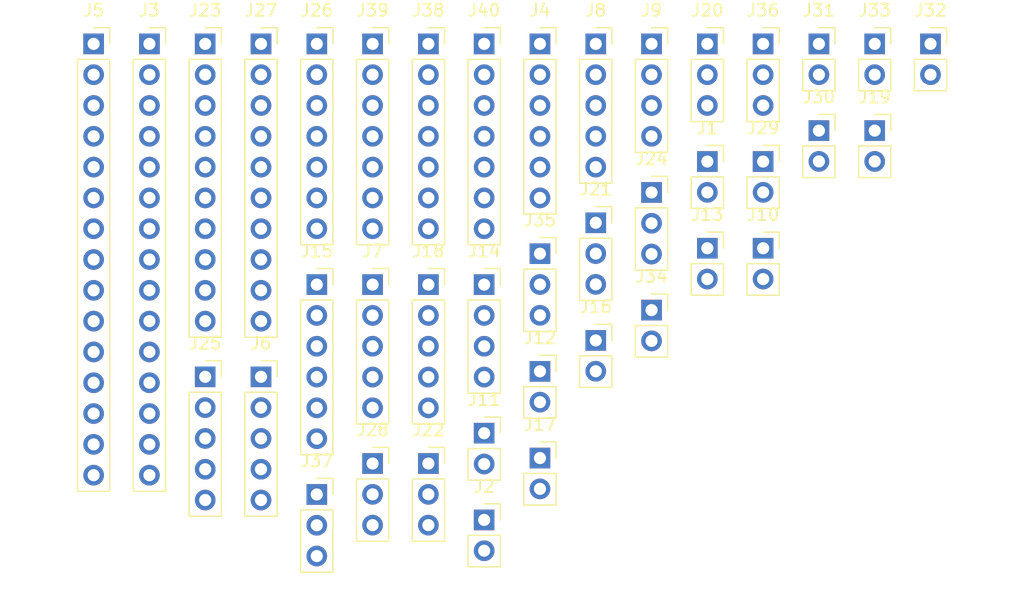
<source format=kicad_pcb>
(kicad_pcb (version 20211014) (generator pcbnew)
  (layers (0 "F.Cu" signal) (31 "B.Cu" signal) (34 "B.Paste" user) (35 "F.Paste" user) (36 "B.SilkS" user "B.Silkscreen") (37 "F.SilkS" user "F.Silkscreen") (38 "B.Mask" user) (39 "F.Mask" user) (44 "Edge.Cuts" user))
  (net 0 "")
  (net 1 "/GND")
  (net 2 "/5V")
  (net 3 "/12V")
  (net 4 "/3V3")
  (net 5 "Net-(J18-Pad1)")
  (net 6 "Net-(J18-Pad2)")
  (net 7 "Net-(J18-Pad3)")
  (net 8 "Net-(J18-Pad4)")
  (net 9 "Net-(J18-Pad5)")
  (net 10 "/D5")
  (net 11 "/D18")
  (net 12 "/D19")
  (net 13 "/D21")
  (net 14 "Net-(J19-Pad1)")
  (net 15 "Net-(J19-Pad2)")
  (net 16 "/D22")
  (net 17 "/D23")
  (net 20 "Net-(J24-Pad1)")
  (net 21 "Net-(J24-Pad2)")
  (net 22 "Net-(J24-Pad3)")
  (net 23 "/D27")
  (net 24 "/D26")
  (net 25 "/D25")
  (net 26 "/D33")
  (net 27 "/D32")
  (net 28 "Net-(J25-Pad1)")
  (net 29 "Net-(J25-Pad2)")
  (net 30 "Net-(J25-Pad3)")
  (net 31 "Net-(J25-Pad4)")
  (net 32 "Net-(J25-Pad5)")
  (net 33 "/HV5")
  (net 34 "/X")
  (net 35 "/R LED+")
  (net 36 "/R LED-")
  (net 37 "/G LED+")
  (net 38 "/G LED-")
  (net 39 "/W LED+")
  (net 40 "/W LED-")
  (net 41 "/IR LED+")
  (net 42 "/IR LED-")
  (net 43 "Net-(J16-Pad1)")
  (net 44 "Net-(J16-Pad2)")
  (net 45 "/HV4")
  (net 46 "Net-(J20-Pad1)")
  (net 47 "Net-(J21-Pad1)")
  (net 48 "Net-(J21-Pad2)")
  (net 49 "Net-(J21-Pad3)")
  (net 51 "/LV1")
  (net 52 "/HV2")
  (net 53 "/HV3")
  (net 54 "Net-(J27-Pad7)")
  (net 55 "Net-(J27-Pad8)")
  (net 56 "Net-(J27-Pad9)")
  (net 57 "Net-(J29-Pad1)")
  (net 58 "Net-(J29-Pad2)")
  (net 59 "/HV1")
  (net 60 "Net-(J31-Pad1)")
  (net 61 "Net-(J31-Pad2)")
  (net 62 "Net-(J33-Pad1)")
  (net 63 "Net-(J33-Pad2)")
  (net 64 "Net-(J35-Pad1)")
  (net 65 "Net-(J36-Pad1)")
  (net 66 "Net-(J37-Pad1)")
  (footprint "Connector_PinSocket_2.54mm:PinSocket_1x03_P2.54mm_Vertical" (layer "F.Cu") (at 132.6388 53.292)
    (fp_text reference "J20" (at 0 -2.77) (layer "F.SilkS"))
    (fp_text value "Conn_01x03_Female")
    (fp_line (start 0 -1.33) (end 1.33 -1.33) (layer "F.SilkS") (width 0.12))
    (fp_line (start 1.33 -1.33) (end 1.33 0) (layer "F.SilkS") (width 0.12))
    (fp_line (start -1.33 6.41) (end 1.33 6.41) (layer "F.SilkS") (width 0.12))
    (fp_line (start -1.33 1.27) (end -1.33 6.41) (layer "F.SilkS") (width 0.12))
    (fp_line (start -1.33 1.27) (end 1.33 1.27) (layer "F.SilkS") (width 0.12))
    (fp_line (start 1.33 1.27) (end 1.33 6.41) (layer "F.SilkS") (width 0.12))
    (pad "1" thru_hole rect (at 0 0) (size 1.7 1.7) (drill 1) (layers *.Cu *.Mask) (net 46 "Net-(J20-Pad1)"))
    (pad "2" thru_hole oval (at 0 2.54) (size 1.7 1.7) (drill 1) (layers *.Cu *.Mask) (net 43 "Net-(J16-Pad1)"))
    (pad "3" thru_hole oval (at 0 5.08) (size 1.7 1.7) (drill 1) (layers *.Cu *.Mask) (net 44 "Net-(J16-Pad2)"))
  )
  (footprint "Connector_PinSocket_2.54mm:PinSocket_1x02_P2.54mm_Vertical" (layer "F.Cu") (at 114.2388 85.392)
    (fp_text reference "J11" (at 0 -2.77) (layer "F.SilkS"))
    (fp_text value "G SCREW TERMINAL")
    (fp_line (start -1.33 3.87) (end 1.33 3.87) (layer "F.SilkS") (width 0.12))
    (fp_line (start 1.33 1.27) (end 1.33 3.87) (layer "F.SilkS") (width 0.12))
    (fp_line (start -1.33 1.27) (end -1.33 3.87) (layer "F.SilkS") (width 0.12))
    (fp_line (start 1.33 -1.33) (end 1.33 0) (layer "F.SilkS") (width 0.12))
    (fp_line (start 0 -1.33) (end 1.33 -1.33) (layer "F.SilkS") (width 0.12))
    (fp_line (start -1.33 1.27) (end 1.33 1.27) (layer "F.SilkS") (width 0.12))
    (pad "1" thru_hole rect (at 0 0) (size 1.7 1.7) (drill 1) (layers *.Cu *.Mask) (net 37 "/G LED+"))
    (pad "2" thru_hole oval (at 0 2.54) (size 1.7 1.7) (drill 1) (layers *.Cu *.Mask) (net 38 "/G LED-"))
  )
  (footprint "Connector_PinSocket_2.54mm:PinSocket_1x02_P2.54mm_Vertical" (layer "F.Cu") (at 146.4388 53.292)
    (fp_text reference "J33" (at 0 -2.77) (layer "F.SilkS"))
    (fp_text value "Conn_01x02_Female")
    (fp_line (start 1.33 1.27) (end 1.33 3.87) (layer "F.SilkS") (width 0.12))
    (fp_line (start -1.33 1.27) (end -1.33 3.87) (layer "F.SilkS") (width 0.12))
    (fp_line (start -1.33 1.27) (end 1.33 1.27) (layer "F.SilkS") (width 0.12))
    (fp_line (start 0 -1.33) (end 1.33 -1.33) (layer "F.SilkS") (width 0.12))
    (fp_line (start 1.33 -1.33) (end 1.33 0) (layer "F.SilkS") (width 0.12))
    (fp_line (start -1.33 3.87) (end 1.33 3.87) (layer "F.SilkS") (width 0.12))
    (pad "1" thru_hole rect (at 0 0) (size 1.7 1.7) (drill 1) (layers *.Cu *.Mask) (net 62 "Net-(J33-Pad1)"))
    (pad "2" thru_hole oval (at 0 2.54) (size 1.7 1.7) (drill 1) (layers *.Cu *.Mask) (net 63 "Net-(J33-Pad2)"))
  )
  (footprint "Connector_PinSocket_2.54mm:PinSocket_1x02_P2.54mm_Vertical" (layer "F.Cu") (at 137.2388 62.992)
    (fp_text reference "J29" (at 0 -2.77) (layer "F.SilkS"))
    (fp_text value "Conn_01x02_Female")
    (fp_line (start -1.33 1.27) (end -1.33 3.87) (layer "F.SilkS") (width 0.12))
    (fp_line (start 1.33 -1.33) (end 1.33 0) (layer "F.SilkS") (width 0.12))
    (fp_line (start -1.33 3.87) (end 1.33 3.87) (layer "F.SilkS") (width 0.12))
    (fp_line (start 1.33 1.27) (end 1.33 3.87) (layer "F.SilkS") (width 0.12))
    (fp_line (start 0 -1.33) (end 1.33 -1.33) (layer "F.SilkS") (width 0.12))
    (fp_line (start -1.33 1.27) (end 1.33 1.27) (layer "F.SilkS") (width 0.12))
    (pad "1" thru_hole rect (at 0 0) (size 1.7 1.7) (drill 1) (layers *.Cu *.Mask) (net 57 "Net-(J29-Pad1)"))
    (pad "2" thru_hole oval (at 0 2.54) (size 1.7 1.7) (drill 1) (layers *.Cu *.Mask) (net 58 "Net-(J29-Pad2)"))
  )
  (footprint "Connector_PinSocket_2.54mm:PinSocket_1x02_P2.54mm_Vertical" (layer "F.Cu") (at 141.8388 60.442)
    (fp_text reference "J30" (at 0 -2.77) (layer "F.SilkS"))
    (fp_text value "Conn_01x02_Female")
    (fp_line (start 1.33 1.27) (end 1.33 3.87) (layer "F.SilkS") (width 0.12))
    (fp_line (start -1.33 3.87) (end 1.33 3.87) (layer "F.SilkS") (width 0.12))
    (fp_line (start -1.33 1.27) (end -1.33 3.87) (layer "F.SilkS") (width 0.12))
    (fp_line (start 0 -1.33) (end 1.33 -1.33) (layer "F.SilkS") (width 0.12))
    (fp_line (start -1.33 1.27) (end 1.33 1.27) (layer "F.SilkS") (width 0.12))
    (fp_line (start 1.33 -1.33) (end 1.33 0) (layer "F.SilkS") (width 0.12))
    (pad "1" thru_hole rect (at 0 0) (size 1.7 1.7) (drill 1) (layers *.Cu *.Mask) (net 57 "Net-(J29-Pad1)"))
    (pad "2" thru_hole oval (at 0 2.54) (size 1.7 1.7) (drill 1) (layers *.Cu *.Mask) (net 59 "/HV1"))
  )
  (footprint "Connector_PinSocket_2.54mm:PinSocket_1x03_P2.54mm_Vertical" (layer "F.Cu") (at 137.2388 53.292)
    (fp_text reference "J36" (at 0 -2.77) (layer "F.SilkS"))
    (fp_text value "Conn_01x03_Female")
    (fp_line (start 1.33 1.27) (end 1.33 6.41) (layer "F.SilkS") (width 0.12))
    (fp_line (start 1.33 -1.33) (end 1.33 0) (layer "F.SilkS") (width 0.12))
    (fp_line (start 0 -1.33) (end 1.33 -1.33) (layer "F.SilkS") (width 0.12))
    (fp_line (start -1.33 1.27) (end -1.33 6.41) (layer "F.SilkS") (width 0.12))
    (fp_line (start -1.33 1.27) (end 1.33 1.27) (layer "F.SilkS") (width 0.12))
    (fp_line (start -1.33 6.41) (end 1.33 6.41) (layer "F.SilkS") (width 0.12))
    (pad "1" thru_hole rect (at 0 0) (size 1.7 1.7) (drill 1) (layers *.Cu *.Mask) (net 65 "Net-(J36-Pad1)"))
    (pad "2" thru_hole oval (at 0 2.54) (size 1.7 1.7) (drill 1) (layers *.Cu *.Mask) (net 60 "Net-(J31-Pad1)"))
    (pad "3" thru_hole oval (at 0 5.08) (size 1.7 1.7) (drill 1) (layers *.Cu *.Mask) (net 61 "Net-(J31-Pad2)"))
  )
  (footprint "Connector_PinSocket_2.54mm:PinSocket_1x03_P2.54mm_Vertical" (layer "F.Cu") (at 123.4388 68.042)
    (fp_text reference "J21" (at 0 -2.77) (layer "F.SilkS"))
    (fp_text value "Conn_01x03_Female")
    (fp_line (start -1.33 1.27) (end 1.33 1.27) (layer "F.SilkS") (width 0.12))
    (fp_line (start 1.33 1.27) (end 1.33 6.41) (layer "F.SilkS") (width 0.12))
    (fp_line (start -1.33 6.41) (end 1.33 6.41) (layer "F.SilkS") (width 0.12))
    (fp_line (start 0 -1.33) (end 1.33 -1.33) (layer "F.SilkS") (width 0.12))
    (fp_line (start 1.33 -1.33) (end 1.33 0) (layer "F.SilkS") (width 0.12))
    (fp_line (start -1.33 1.27) (end -1.33 6.41) (layer "F.SilkS") (width 0.12))
    (pad "1" thru_hole rect (at 0 0) (size 1.7 1.7) (drill 1) (layers *.Cu *.Mask) (net 47 "Net-(J21-Pad1)"))
    (pad "2" thru_hole oval (at 0 2.54) (size 1.7 1.7) (drill 1) (layers *.Cu *.Mask) (net 48 "Net-(J21-Pad2)"))
    (pad "3" thru_hole oval (at 0 5.08) (size 1.7 1.7) (drill 1) (layers *.Cu *.Mask) (net 49 "Net-(J21-Pad3)"))
  )
  (footprint "Connector_PinSocket_2.54mm:PinSocket_1x02_P2.54mm_Vertical" (layer "F.Cu") (at 123.4388 77.742)
    (fp_text reference "J16" (at 0 -2.77) (layer "F.SilkS"))
    (fp_text value "Conn_01x02_Female")
    (fp_line (start 1.33 -1.33) (end 1.33 0) (layer "F.SilkS") (width 0.12))
    (fp_line (start -1.33 3.87) (end 1.33 3.87) (layer "F.SilkS") (width 0.12))
    (fp_line (start -1.33 1.27) (end 1.33 1.27) (layer "F.SilkS") (width 0.12))
    (fp_line (start -1.33 1.27) (end -1.33 3.87) (layer "F.SilkS") (width 0.12))
    (fp_line (start 0 -1.33) (end 1.33 -1.33) (layer "F.SilkS") (width 0.12))
    (fp_line (start 1.33 1.27) (end 1.33 3.87) (layer "F.SilkS") (width 0.12))
    (pad "1" thru_hole rect (at 0 0) (size 1.7 1.7) (drill 1) (layers *.Cu *.Mask) (net 43 "Net-(J16-Pad1)"))
    (pad "2" thru_hole oval (at 0 2.54) (size 1.7 1.7) (drill 1) (layers *.Cu *.Mask) (net 44 "Net-(J16-Pad2)"))
  )
  (footprint "Connector_PinSocket_2.54mm:PinSocket_1x10_P2.54mm_Vertical" (layer "F.Cu") (at 95.8388 53.292)
    (fp_text reference "J27" (at 0 -2.77) (layer "F.SilkS"))
    (fp_text value "Conn_01x10_Female")
    (fp_line (start 1.33 1.27) (end 1.33 24.19) (layer "F.SilkS") (width 0.12))
    (fp_line (start -1.33 24.19) (end 1.33 24.19) (layer "F.SilkS") (width 0.12))
    (fp_line (start -1.33 1.27) (end 1.33 1.27) (layer "F.SilkS") (width 0.12))
    (fp_line (start 0 -1.33) (end 1.33 -1.33) (layer "F.SilkS") (width 0.12))
    (fp_line (start 1.33 -1.33) (end 1.33 0) (layer "F.SilkS") (width 0.12))
    (fp_line (start -1.33 1.27) (end -1.33 24.19) (layer "F.SilkS") (width 0.12))
    (pad "1" thru_hole rect (at 0 0) (size 1.7 1.7) (drill 1) (layers *.Cu *.Mask) (net 2 "/5V"))
    (pad "2" thru_hole oval (at 0 2.54) (size 1.7 1.7) (drill 1) (layers *.Cu *.Mask) (net 51 "/LV1"))
    (pad "3" thru_hole oval (at 0 5.08) (size 1.7 1.7) (drill 1) (layers *.Cu *.Mask) (net 52 "/HV2"))
    (pad "4" thru_hole oval (at 0 7.62) (size 1.7 1.7) (drill 1) (layers *.Cu *.Mask) (net 53 "/HV3"))
    (pad "5" thru_hole oval (at 0 10.16) (size 1.7 1.7) (drill 1) (layers *.Cu *.Mask) (net 45 "/HV4"))
    (pad "6" thru_hole oval (at 0 12.7) (size 1.7 1.7) (drill 1) (layers *.Cu *.Mask) (net 33 "/HV5"))
    (pad "7" thru_hole oval (at 0 15.24) (size 1.7 1.7) (drill 1) (layers *.Cu *.Mask) (net 54 "Net-(J27-Pad7)"))
    (pad "8" thru_hole oval (at 0 17.78) (size 1.7 1.7) (drill 1) (layers *.Cu *.Mask) (net 55 "Net-(J27-Pad8)"))
    (pad "9" thru_hole oval (at 0 20.32) (size 1.7 1.7) (drill 1) (layers *.Cu *.Mask) (net 56 "Net-(J27-Pad9)"))
    (pad "10" thru_hole oval (at 0 22.86) (size 1.7 1.7) (drill 1) (layers *.Cu *.Mask) (net 1 "/GND"))
  )
  (footprint "Connector_PinSocket_2.54mm:PinSocket_1x07_P2.54mm_Vertical" (layer "F.Cu") (at 114.2388 53.292)
    (fp_text reference "J40" (at 0 -2.77) (layer "F.SilkS"))
    (fp_text value "Conn_01x07_Female")
    (fp_line (start -1.33 16.57) (end 1.33 16.57) (layer "F.SilkS") (width 0.12))
    (fp_line (start -1.33 1.27) (end 1.33 1.27) (layer "F.SilkS") (width 0.12))
    (fp_line (start 1.33 1.27) (end 1.33 16.57) (layer "F.SilkS") (width 0.12))
    (fp_line (start -1.33 1.27) (end -1.33 16.57) (layer "F.SilkS") (width 0.12))
    (fp_line (start 0 -1.33) (end 1.33 -1.33) (layer "F.SilkS") (width 0.12))
    (fp_line (start 1.33 -1.33) (end 1.33 0) (layer "F.SilkS") (width 0.12))
    (pad "1" thru_hole rect (at 0 0) (size 1.7 1.7) (drill 1) (layers *.Cu *.Mask) (net 35 "/R LED+"))
    (pad "2" thru_hole oval (at 0 2.54) (size 1.7 1.7) (drill 1) (layers *.Cu *.Mask) (net 36 "/R LED-"))
    (pad "3" thru_hole oval (at 0 5.08) (size 1.7 1.7) (drill 1) (layers *.Cu *.Mask) (net 66 "Net-(J37-Pad1)"))
    (pad "4" thru_hole oval (at 0 7.62) (size 1.7 1.7) (drill 1) (layers *.Cu *.Mask) (net 63 "Net-(J33-Pad2)"))
    (pad "5" thru_hole oval (at 0 10.16) (size 1.7 1.7) (drill 1) (layers *.Cu *.Mask) (net 3 "/12V"))
    (pad "6" thru_hole oval (at 0 12.7) (size 1.7 1.7) (drill 1) (layers *.Cu *.Mask))
    (pad "7" thru_hole oval (at 0 15.24) (size 1.7 1.7) (drill 1) (layers *.Cu *.Mask) (net 1 "/GND"))
  )
  (footprint "Connector_PinSocket_2.54mm:PinSocket_1x15_P2.54mm_Vertical" (layer "F.Cu") (at 82.0388 53.292)
    (fp_text reference "J5" (at 0 -2.77) (layer "F.SilkS"))
    (fp_text value "Conn_01x15_Female")
    (fp_line (start -1.33 36.89) (end 1.33 36.89) (layer "F.SilkS") (width 0.12))
    (fp_line (start 0 -1.33) (end 1.33 -1.33) (layer "F.SilkS") (width 0.12))
    (fp_line (start -1.33 1.27) (end 1.33 1.27) (layer "F.SilkS") (width 0.12))
    (fp_line (start -1.33 1.27) (end -1.33 36.89) (layer "F.SilkS") (width 0.12))
    (fp_line (start 1.33 1.27) (end 1.33 36.89) (layer "F.SilkS") (width 0.12))
    (fp_line (start 1.33 -1.33) (end 1.33 0) (layer "F.SilkS") (width 0.12))
    (pad "1" thru_hole rect (at 0 0) (size 1.7 1.7) (drill 1) (layers *.Cu *.Mask) (net 2 "/5V"))
    (pad "2" thru_hole oval (at 0 2.54) (size 1.7 1.7) (drill 1) (layers *.Cu *.Mask) (net 1 "/GND"))
    (pad "3" thru_hole oval (at 0 5.08) (size 1.7 1.7) (drill 1) (layers *.Cu *.Mask) (net 20 "Net-(J24-Pad1)"))
    (pad "4" thru_hole oval (at 0 7.62) (size 1.7 1.7) (drill 1) (layers *.Cu *.Mask) (net 21 "Net-(J24-Pad2)"))
    (pad "5" thru_hole oval (at 0 10.16) (size 1.7 1.7) (drill 1) (layers *.Cu *.Mask) (net 22 "Net-(J24-Pad3)"))
    (pad "6" thru_hole oval (at 0 12.7) (size 1.7 1.7) (drill 1) (layers *.Cu *.Mask) (net 23 "/D27"))
    (pad "7" thru_hole oval (at 0 15.24) (size 1.7 1.7) (drill 1) (layers *.Cu *.Mask) (net 24 "/D26"))
    (pad "8" thru_hole oval (at 0 17.78) (size 1.7 1.7) (drill 1) (layers *.Cu *.Mask) (net 25 "/D25"))
    (pad "9" thru_hole oval (at 0 20.32) (size 1.7 1.7) (drill 1) (layers *.Cu *.Mask) (net 26 "/D33"))
    (pad "10" thru_hole oval (at 0 22.86) (size 1.7 1.7) (drill 1) (layers *.Cu *.Mask) (net 27 "/D32"))
    (pad "11" thru_hole oval (at 0 25.4) (size 1.7 1.7) (drill 1) (layers *.Cu *.Mask) (net 28 "Net-(J25-Pad1)"))
    (pad "12" thru_hole oval (at 0 27.94) (size 1.7 1.7) (drill 1) (layers *.Cu *.Mask) (net 29 "Net-(J25-Pad2)"))
    (pad "13" thru_hole oval (at 0 30.48) (size 1.7 1.7) (drill 1) (layers *.Cu *.Mask) (net 30 "Net-(J25-Pad3)"))
    (pad "14" thru_hole oval (at 0 33.02) (size 1.7 1.7) (drill 1) (layers *.Cu *.Mask) (net 31 "Net-(J25-Pad4)"))
    (pad "15" thru_hole oval (at 0 35.56) (size 1.7 1.7) (drill 1) (layers *.Cu *.Mask) (net 32 "Net-(J25-Pad5)"))
  )
  (footprint "Connector_PinSocket_2.54mm:PinSocket_1x03_P2.54mm_Vertical" (layer "F.Cu") (at 118.8388 70.592)
    (fp_text reference "J35" (at 0 -2.77) (layer "F.SilkS"))
    (fp_text value "Conn_01x03_Female")
    (fp_line (start 1.33 -1.33) (end 1.33 0) (layer "F.SilkS") (width 0.12))
    (fp_line (start -1.33 1.27) (end -1.33 6.41) (layer "F.SilkS") (width 0.12))
    (fp_line (start 0 -1.33) (end 1.33 -1.33) (layer "F.SilkS") (width 0.12))
    (fp_line (start 1.33 1.27) (end 1.33 6.41) (layer "F.SilkS") (width 0.12))
    (fp_line (start -1.33 6.41) (end 1.33 6.41) (layer "F.SilkS") (width 0.12))
    (fp_line (start -1.33 1.27) (end 1.33 1.27) (layer "F.SilkS") (width 0.12))
    (pad "1" thru_hole rect (at 0 0) (size 1.7 1.7) (drill 1) (layers *.Cu *.Mask) (net 64 "Net-(J35-Pad1)"))
    (pad "2" thru_hole oval (at 0 2.54) (size 1.7 1.7) (drill 1) (layers *.Cu *.Mask) (net 57 "Net-(J29-Pad1)"))
    (pad "3" thru_hole oval (at 0 5.08) (size 1.7 1.7) (drill 1) (layers *.Cu *.Mask) (net 58 "Net-(J29-Pad2)"))
  )
  (footprint "Connector_PinSocket_2.54mm:PinSocket_1x05_P2.54mm_Vertical" (layer "F.Cu") (at 91.2388 80.742)
    (fp_text reference "J25" (at 0 -2.77) (layer "F.SilkS"))
    (fp_text value "Conn_01x05_Female")
    (fp_line (start -1.33 1.27) (end -1.33 11.49) (layer "F.SilkS") (width 0.12))
    (fp_line (start 1.33 -1.33) (end 1.33 0) (layer "F.SilkS") (width 0.12))
    (fp_line (start 1.33 1.27) (end 1.33 11.49) (layer "F.SilkS") (width 0.12))
    (fp_line (start 0 -1.33) (end 1.33 -1.33) (layer "F.SilkS") (width 0.12))
    (fp_line (start -1.33 1.27) (end 1.33 1.27) (layer "F.SilkS") (width 0.12))
    (fp_line (start -1.33 11.49) (end 1.33 11.49) (layer "F.SilkS") (width 0.12))
    (pad "1" thru_hole rect (at 0 0) (size 1.7 1.7) (drill 1) (layers *.Cu *.Mask) (net 28 "Net-(J25-Pad1)"))
    (pad "2" thru_hole oval (at 0 2.54) (size 1.7 1.7) (drill 1) (layers *.Cu *.Mask) (net 29 "Net-(J25-Pad2)"))
    (pad "3" thru_hole oval (at 0 5.08) (size 1.7 1.7) (drill 1) (layers *.Cu *.Mask) (net 30 "Net-(J25-Pad3)"))
    (pad "4" thru_hole oval (at 0 7.62) (size 1.7 1.7) (drill 1) (layers *.Cu *.Mask) (net 31 "Net-(J25-Pad4)"))
    (pad "5" thru_hole oval (at 0 10.16) (size 1.7 1.7) (drill 1) (layers *.Cu *.Mask) (net 32 "Net-(J25-Pad5)"))
  )
  (footprint "Connector_PinSocket_2.54mm:PinSocket_1x06_P2.54mm_Vertical" (layer "F.Cu") (at 118.8388 53.292)
    (fp_text reference "J4" (at 0 -2.77) (layer "F.SilkS"))
    (fp_text value "Real Time Controller")
    (fp_line (start 0 -1.33) (end 1.33 -1.33) (layer "F.SilkS") (width 0.12))
    (fp_line (start 1.33 1.27) (end 1.33 14.03) (layer "F.SilkS") (width 0.12))
    (fp_line (start -1.33 1.27) (end 1.33 1.27) (layer "F.SilkS") (width 0.12))
    (fp_line (start 1.33 -1.33) (end 1.33 0) (layer "F.SilkS") (width 0.12))
    (fp_line (start -1.33 14.03) (end 1.33 14.03) (layer "F.SilkS") (width 0.12))
    (fp_line (start -1.33 1.27) (end -1.33 14.03) (layer "F.SilkS") (width 0.12))
    (pad "1" thru_hole rect (at 0 0) (size 1.7 1.7) (drill 1) (layers *.Cu *.Mask) (net 1 "/GND"))
    (pad "2" thru_hole oval (at 0 2.54) (size 1.7 1.7) (drill 1) (layers *.Cu *.Mask) (net 2 "/5V"))
    (pad "3" thru_hole oval (at 0 5.08) (size 1.7 1.7) (drill 1) (layers *.Cu *.Mask) (net 16 "/D22"))
    (pad "4" thru_hole oval (at 0 7.62) (size 1.7 1.7) (drill 1) (layers *.Cu *.Mask) (net 13 "/D21"))
    (pad "5" thru_hole oval (at 0 10.16) (size 1.7 1.7) (drill 1) (layers *.Cu *.Mask))
    (pad "6" thru_hole oval (at 0 12.7) (size 1.7 1.7) (drill 1) (layers *.Cu *.Mask))
  )
  (footprint "Connector_PinSocket_2.54mm:PinSocket_1x06_P2.54mm_Vertical" (layer "F.Cu") (at 100.4388 73.142)
    (fp_text reference "J15" (at 0 -2.77) (layer "F.SilkS"))
    (fp_text value "Conn_01x06_Female")
    (fp_line (start 0 -1.33) (end 1.33 -1.33) (layer "F.SilkS") (width 0.12))
    (fp_line (start -1.33 14.03) (end 1.33 14.03) (layer "F.SilkS") (width 0.12))
    (fp_line (start -1.33 1.27) (end -1.33 14.03) (layer "F.SilkS") (width 0.12))
    (fp_line (start 1.33 -1.33) (end 1.33 0) (layer "F.SilkS") (width 0.12))
    (fp_line (start -1.33 1.27) (end 1.33 1.27) (layer "F.SilkS") (width 0.12))
    (fp_line (start 1.33 1.27) (end 1.33 14.03) (layer "F.SilkS") (width 0.12))
    (pad "1" thru_hole rect (at 0 0) (size 1.7 1.7) (drill 1) (layers *.Cu *.Mask) (net 4 "/3V3"))
    (pad "2" thru_hole oval (at 0 2.54) (size 1.7 1.7) (drill 1) (layers *.Cu *.Mask) (net 10 "/D5"))
    (pad "3" thru_hole oval (at 0 5.08) (size 1.7 1.7) (drill 1) (layers *.Cu *.Mask) (net 17 "/D23"))
    (pad "4" thru_hole oval (at 0 7.62) (size 1.7 1.7) (drill 1) (layers *.Cu *.Mask) (net 11 "/D18"))
    (pad "5" thru_hole oval (at 0 10.16) (size 1.7 1.7) (drill 1) (layers *.Cu *.Mask) (net 12 "/D19"))
    (pad "6" thru_hole oval (at 0 12.7) (size 1.7 1.7) (drill 1) (layers *.Cu *.Mask) (net 1 "/GND"))
  )
  (footprint "Connector_PinSocket_2.54mm:PinSocket_1x05_P2.54mm_Vertical" (layer "F.Cu") (at 123.4388 53.292)
    (fp_text reference "J8" (at 0 -2.77) (layer "F.SilkS"))
    (fp_text value "Extra pinouts GND")
    (fp_line (start -1.33 11.49) (end 1.33 11.49) (layer "F.SilkS") (width 0.12))
    (fp_line (start -1.33 1.27) (end 1.33 1.27) (layer "F.SilkS") (width 0.12))
    (fp_line (start 1.33 1.27) (end 1.33 11.49) (layer "F.SilkS") (width 0.12))
    (fp_line (start 1.33 -1.33) (end 1.33 0) (layer "F.SilkS") (width 0.12))
    (fp_line (start -1.33 1.27) (end -1.33 11.49) (layer "F.SilkS") (width 0.12))
    (fp_line (start 0 -1.33) (end 1.33 -1.33) (layer "F.SilkS") (width 0.12))
    (pad "1" thru_hole rect (at 0 0) (size 1.7 1.7) (drill 1) (layers *.Cu *.Mask) (net 1 "/GND"))
    (pad "2" thru_hole oval (at 0 2.54) (size 1.7 1.7) (drill 1) (layers *.Cu *.Mask) (net 1 "/GND"))
    (pad "3" thru_hole oval (at 0 5.08) (size 1.7 1.7) (drill 1) (layers *.Cu *.Mask) (net 1 "/GND"))
    (pad "4" thru_hole oval (at 0 7.62) (size 1.7 1.7) (drill 1) (layers *.Cu *.Mask) (net 1 "/GND"))
    (pad "5" thru_hole oval (at 0 10.16) (size 1.7 1.7) (drill 1) (layers *.Cu *.Mask) (net 1 "/GND"))
  )
  (footprint "Connector_PinSocket_2.54mm:PinSocket_1x02_P2.54mm_Vertical" (layer "F.Cu") (at 137.2388 70.142)
    (fp_text reference "J10" (at 0 -2.77) (layer "F.SilkS"))
    (fp_text value "R SCREW TERMINAL")
    (fp_line (start -1.33 3.87) (end 1.33 3.87) (layer "F.SilkS") (width 0.12))
    (fp_line (start 0 -1.33) (end 1.33 -1.33) (layer "F.SilkS") (width 0.12))
    (fp_line (start 1.33 -1.33) (end 1.33 0) (layer "F.SilkS") (width 0.12))
    (fp_line (start 1.33 1.27) (end 1.33 3.87) (layer "F.SilkS") (width 0.12))
    (fp_line (start -1.33 1.27) (end 1.33 1.27) (layer "F.SilkS") (width 0.12))
    (fp_line (start -1.33 1.27) (end -1.33 3.87) (layer "F.SilkS") (width 0.12))
    (pad "1" thru_hole rect (at 0 0) (size 1.7 1.7) (drill 1) (layers *.Cu *.Mask) (net 35 "/R LED+"))
    (pad "2" thru_hole oval (at 0 2.54) (size 1.7 1.7) (drill 1) (layers *.Cu *.Mask) (net 36 "/R LED-"))
  )
  (footprint "Connector_PinSocket_2.54mm:PinSocket_1x02_P2.54mm_Vertical" (layer "F.Cu") (at 151.0388 53.292)
    (fp_text reference "J32" (at 0 -2.77) (layer "F.SilkS"))
    (fp_text value "Conn_01x02_Female")
    (fp_line (start 1.33 -1.33) (end 1.33 0) (layer "F.SilkS") (width 0.12))
    (fp_line (start 1.33 1.27) (end 1.33 3.87) (layer "F.SilkS") (width 0.12))
    (fp_line (start -1.33 1.27) (end -1.33 3.87) (layer "F.SilkS") (width 0.12))
    (fp_line (start 0 -1.33) (end 1.33 -1.33) (layer "F.SilkS") (width 0.12))
    (fp_line (start -1.33 3.87) (end 1.33 3.87) (layer "F.SilkS") (width 0.12))
    (fp_line (start -1.33 1.27) (end 1.33 1.27) (layer "F.SilkS") (width 0.12))
    (pad "1" thru_hole rect (at 0 0) (size 1.7 1.7) (drill 1) (layers *.Cu *.Mask) (net 60 "Net-(J31-Pad1)"))
    (pad "2" thru_hole oval (at 0 2.54) (size 1.7 1.7) (drill 1) (layers *.Cu *.Mask) (net 52 "/HV2"))
  )
  (footprint "Connector_PinSocket_2.54mm:PinSocket_1x04_P2.54mm_Vertical" (layer "F.Cu") (at 128.0388 53.292)
    (fp_text reference "J9" (at 0 -2.77) (layer "F.SilkS"))
    (fp_text value "FAN SCREW TERMINAL")
    (fp_line (start -1.33 1.27) (end 1.33 1.27) (layer "F.SilkS") (width 0.12))
    (fp_line (start 0 -1.33) (end 1.33 -1.33) (layer "F.SilkS") (width 0.12))
    (fp_line (start 1.33 1.27) (end 1.33 8.95) (layer "F.SilkS") (width 0.12))
    (fp_line (start -1.33 8.95) (end 1.33 8.95) (layer "F.SilkS") (width 0.12))
    (fp_line (start 1.33 -1.33) (end 1.33 0) (layer "F.SilkS") (width 0.12))
    (fp_line (start -1.33 1.27) (end -1.33 8.95) (layer "F.SilkS") (width 0.12))
    (pad "1" thru_hole rect (at 0 0) (size 1.7 1.7) (drill 1) (layers *.Cu *.Mask) (net 33 "/HV5"))
    (pad "2" thru_hole oval (at 0 2.54) (size 1.7 1.7) (drill 1) (layers *.Cu *.Mask) (net 34 "/X"))
    (pad "3" thru_hole oval (at 0 5.08) (size 1.7 1.7) (drill 1) (layers *.Cu *.Mask) (net 3 "/12V"))
    (pad "4" thru_hole oval (at 0 7.62) (size 1.7 1.7) (drill 1) (layers *.Cu *.Mask) (net 1 "/GND"))
  )
  (footprint "Connector_PinSocket_2.54mm:PinSocket_1x05_P2.54mm_Vertical" (layer "F.Cu") (at 95.8388 80.742)
    (fp_text reference "J6" (at 0 -2.77) (layer "F.SilkS"))
    (fp_text value "Extra pinouts 5V")
    (fp_line (start -1.33 11.49) (end 1.33 11.49) (layer "F.SilkS") (width 0.12))
    (fp_line (start 1.33 -1.33) (end 1.33 0) (layer "F.SilkS") (width 0.12))
    (fp_line (start -1.33 1.27) (end -1.33 11.49) (layer "F.SilkS") (width 0.12))
    (fp_line (start -1.33 1.27) (end 1.33 1.27) (layer "F.SilkS") (width 0.12))
    (fp_line (start 1.33 1.27) (end 1.33 11.49) (layer "F.SilkS") (width 0.12))
    (fp_line (start 0 -1.33) (end 1.33 -1.33) (layer "F.SilkS") (width 0.12))
    (pad "1" thru_hole rect (at 0 0) (size 1.7 1.7) (drill 1) (layers *.Cu *.Mask) (net 2 "/5V"))
    (pad "2" thru_hole oval (at 0 2.54) (size 1.7 1.7) (drill 1) (layers *.Cu *.Mask) (net 2 "/5V"))
    (pad "3" thru_hole oval (at 0 5.08) (size 1.7 1.7) (drill 1) (layers *.Cu *.Mask) (net 2 "/5V"))
    (pad "4" thru_hole oval (at 0 7.62) (size 1.7 1.7) (drill 1) (layers *.Cu *.Mask) (net 2 "/5V"))
    (pad "5" thru_hole oval (at 0 10.16) (size 1.7 1.7) (drill 1) (layers *.Cu *.Mask) (net 2 "/5V"))
  )
  (footprint "Connector_PinSocket_2.54mm:PinSocket_1x02_P2.54mm_Vertical" (layer "F.Cu") (at 141.8388 53.292)
    (fp_text reference "J31" (at 0 -2.77) (layer "F.SilkS"))
    (fp_text value "Conn_01x02_Female")
    (fp_line (start 1.33 -1.33) (end 1.33 0) (layer "F.SilkS") (width 0.12))
    (fp_line (start 0 -1.33) (end 1.33 -1.33) (layer "F.SilkS") (width 0.12))
    (fp_line (start -1.33 1.27) (end 1.33 1.27) (layer "F.SilkS") (width 0.12))
    (fp_line (start -1.33 1.27) (end -1.33 3.87) (layer "F.SilkS") (width 0.12))
    (fp_line (start -1.33 3.87) (end 1.33 3.87) (layer "F.SilkS") (width 0.12))
    (fp_line (start 1.33 1.27) (end 1.33 3.87) (layer "F.SilkS") (width 0.12))
    (pad "1" thru_hole rect (at 0 0) (size 1.7 1.7) (drill 1) (layers *.Cu *.Mask) (net 60 "Net-(J31-Pad1)"))
    (pad "2" thru_hole oval (at 0 2.54) (size 1.7 1.7) (drill 1) (layers *.Cu *.Mask) (net 61 "Net-(J31-Pad2)"))
  )
  (footprint "Connector_PinSocket_2.54mm:PinSocket_1x03_P2.54mm_Vertical" (layer "F.Cu") (at 105.0388 87.892)
    (fp_text reference "J28" (at 0 -2.77) (layer "F.SilkS"))
    (fp_text value "Conn_01x03_Female")
    (fp_line (start 1.33 -1.33) (end 1.33 0) (layer "F.SilkS") (width 0.12))
    (fp_line (start -1.33 1.27) (end 1.33 1.27) (layer "F.SilkS") (width 0.12))
    (fp_line (start 0 -1.33) (end 1.33 -1.33) (layer "F.SilkS") (width 0.12))
    (fp_line (start -1.33 6.41) (end 1.33 6.41) (layer "F.SilkS") (width 0.12))
    (fp_line (start -1.33 1.27) (end -1.33 6.41) (layer "F.SilkS") (width 0.12))
    (fp_line (start 1.33 1.27) (end 1.33 6.41) (layer "F.SilkS") (width 0.12))
    (pad "1" thru_hole rect (at 0 0) (size 1.7 1.7) (drill 1) (layers *.Cu *.Mask) (net 54 "Net-(J27-Pad7)"))
    (pad "2" thru_hole oval (at 0 2.54) (size 1.7 1.7) (drill 1) (layers *.Cu *.Mask) (net 55 "Net-(J27-Pad8)"))
    (pad "3" thru_hole oval (at 0 5.08) (size 1.7 1.7) (drill 1) (layers *.Cu *.Mask) (net 56 "Net-(J27-Pad9)"))
  )
  (footprint "Connector_PinSocket_2.54mm:PinSocket_1x15_P2.54mm_Vertical" (layer "F.Cu") (at 86.6388 53.292)
    (fp_text reference "J3" (at 0 -2.77) (layer "F.SilkS"))
    (fp_text value "Conn_01x15_Female")
    (fp_line (start 1.33 -1.33) (end 1.33 0) (layer "F.SilkS") (width 0.12))
    (fp_line (start -1.33 1.27) (end 1.33 1.27) (layer "F.SilkS") (width 0.12))
    (fp_line (start 0 -1.33) (end 1.33 -1.33) (layer "F.SilkS") (width 0.12))
    (fp_line (start -1.33 1.27) (end -1.33 36.89) (layer "F.SilkS") (width 0.12))
    (fp_line (start 1.33 1.27) (end 1.33 36.89) (layer "F.SilkS") (width 0.12))
    (fp_line (start -1.33 36.89) (end 1.33 36.89) (layer "F.SilkS") (width 0.12))
    (pad "1" thru_hole rect (at 0 0) (size 1.7 1.7) (drill 1) (layers *.Cu *.Mask) (net 4 "/3V3"))
    (pad "2" thru_hole oval (at 0 2.54) (size 1.7 1.7) (drill 1) (layers *.Cu *.Mask) (net 1 "/GND"))
    (pad "3" thru_hole oval (at 0 5.08) (size 1.7 1.7) (drill 1) (layers *.Cu *.Mask) (net 5 "Net-(J18-Pad1)"))
    (pad "4" thru_hole oval (at 0 7.62) (size 1.7 1.7) (drill 1) (layers *.Cu *.Mask) (net 6 "Net-(J18-Pad2)"))
    (pad "5" thru_hole oval (at 0 10.16) (size 1.7 1.7) (drill 1) (layers *.Cu *.Mask) (net 7 "Net-(J18-Pad3)"))
    (pad "6" thru_hole oval (at 0 12.7) (size 1.7 1.7) (drill 1) (layers *.Cu *.Mask) (net 8 "Net-(J18-Pad4)"))
    (pad "7" thru_hole oval (at 0 15.24) (size 1.7 1.7) (drill 1) (layers *.Cu *.Mask) (net 9 "Net-(J18-Pad5)"))
    (pad "8" thru_hole oval (at 0 17.78) (size 1.7 1.7) (drill 1) (layers *.Cu *.Mask) (net 10 "/D5"))
    (pad "9" thru_hole oval (at 0 20.32) (size 1.7 1.7) (drill 1) (layers *.Cu *.Mask) (net 11 "/D18"))
    (pad "10" thru_hole oval (at 0 22.86) (size 1.7 1.7) (drill 1) (layers *.Cu *.Mask) (net 12 "/D19"))
    (pad "11" thru_hole oval (at 0 25.4) (size 1.7 1.7) (drill 1) (layers *.Cu *.Mask) (net 13 "/D21"))
    (pad "12" thru_hole oval (at 0 27.94) (size 1.7 1.7) (drill 1) (layers *.Cu *.Mask) (net 14 "Net-(J19-Pad1)"))
    (pad "13" thru_hole oval (at 0 30.48) (size 1.7 1.7) (drill 1) (layers *.Cu *.Mask) (net 15 "Net-(J19-Pad2)"))
    (pad "14" thru_hole oval (at 0 33.02) (size 1.7 1.7) (drill 1) (layers *.Cu *.Mask) (net 16 "/D22"))
    (pad "15" thru_hole oval (at 0 35.56) (size 1.7 1.7) (drill 1) (layers *.Cu *.Mask) (net 17 "/D23"))
  )
  (footprint "Connector_PinSocket_2.54mm:PinSocket_1x02_P2.54mm_Vertical" (layer "F.Cu") (at 146.4388 60.442)
    (fp_text reference "J19" (at 0 -2.77) (layer "F.SilkS"))
    (fp_text value "Conn_01x02_Female")
    (fp_line (start -1.33 1.27) (end -1.33 3.87) (layer "F.SilkS") (width 0.12))
    (fp_line (start -1.33 1.27) (end 1.33 1.27) (layer "F.SilkS") (width 0.12))
    (fp_line (start 1.33 1.27) (end 1.33 3.87) (layer "F.SilkS") (width 0.12))
    (fp_line (start -1.33 3.87) (end 1.33 3.87) (layer "F.SilkS") (width 0.12))
    (fp_line (start 0 -1.33) (end 1.33 -1.33) (layer "F.SilkS") (width 0.12))
    (fp_line (start 1.33 -1.33) (end 1.33 0) (layer "F.SilkS") (width 0.12))
    (pad "1" thru_hole rect (at 0 0) (size 1.7 1.7) (drill 1) (layers *.Cu *.Mask) (net 14 "Net-(J19-Pad1)"))
    (pad "2" thru_hole oval (at 0 2.54) (size 1.7 1.7) (drill 1) (layers *.Cu *.Mask) (net 15 "Net-(J19-Pad2)"))
  )
  (footprint "Connector_PinSocket_2.54mm:PinSocket_1x07_P2.54mm_Vertical" (layer "F.Cu") (at 105.0388 53.292)
    (fp_text reference "J39" (at 0 -2.77) (layer "F.SilkS"))
    (fp_text value "Conn_01x07_Female")
    (fp_line (start -1.33 1.27) (end -1.33 16.57) (layer "F.SilkS") (width 0.12))
    (fp_line (start 0 -1.33) (end 1.33 -1.33) (layer "F.SilkS") (width 0.12))
    (fp_line (start 1.33 1.27) (end 1.33 16.57) (layer "F.SilkS") (width 0.12))
    (fp_line (start 1.33 -1.33) (end 1.33 0) (layer "F.SilkS") (width 0.12))
    (fp_line (start -1.33 16.57) (end 1.33 16.57) (layer "F.SilkS") (width 0.12))
    (fp_line (start -1.33 1.27) (end 1.33 1.27) (layer "F.SilkS") (width 0.12))
    (pad "1" thru_hole rect (at 0 0) (size 1.7 1.7) (drill 1) (layers *.Cu *.Mask) (net 37 "/G LED+"))
    (pad "2" thru_hole oval (at 0 2.54) (size 1.7 1.7) (drill 1) (layers *.Cu *.Mask) (net 38 "/G LED-"))
    (pad "3" thru_hole oval (at 0 5.08) (size 1.7 1.7) (drill 1) (layers *.Cu *.Mask) (net 65 "Net-(J36-Pad1)"))
    (pad "4" thru_hole oval (at 0 7.62) (size 1.7 1.7) (drill 1) (layers *.Cu *.Mask) (net 61 "Net-(J31-Pad2)"))
    (pad "5" thru_hole oval (at 0 10.16) (size 1.7 1.7) (drill 1) (layers *.Cu *.Mask) (net 3 "/12V"))
    (pad "6" thru_hole oval (at 0 12.7) (size 1.7 1.7) (drill 1) (layers *.Cu *.Mask))
    (pad "7" thru_hole oval (at 0 15.24) (size 1.7 1.7) (drill 1) (layers *.Cu *.Mask) (net 1 "/GND"))
  )
  (footprint "Connector_PinSocket_2.54mm:PinSocket_1x02_P2.54mm_Vertical" (layer "F.Cu") (at 132.6388 70.142)
    (fp_text reference "J13" (at 0 -2.77) (layer "F.SilkS"))
    (fp_text value "IR SCREW TERMINAL")
    (fp_line (start -1.33 3.87) (end 1.33 3.87) (layer "F.SilkS") (width 0.12))
    (fp_line (start 0 -1.33) (end 1.33 -1.33) (layer "F.SilkS") (width 0.12))
    (fp_line (start 1.33 -1.33) (end 1.33 0) (layer "F.SilkS") (width 0.12))
    (fp_line (start -1.33 1.27) (end -1.33 3.87) (layer "F.SilkS") (width 0.12))
    (fp_line (start -1.33 1.27) (end 1.33 1.27) (layer "F.SilkS") (width 0.12))
    (fp_line (start 1.33 1.27) (end 1.33 3.87) (layer "F.SilkS") (width 0.12))
    (pad "1" thru_hole rect (at 0 0) (size 1.7 1.7) (drill 1) (layers *.Cu *.Mask) (net 41 "/IR LED+"))
    (pad "2" thru_hole oval (at 0 2.54) (size 1.7 1.7) (drill 1) (layers *.Cu *.Mask) (net 42 "/IR LED-"))
  )
  (footprint "Connector_PinSocket_2.54mm:PinSocket_1x03_P2.54mm_Vertical" (layer "F.Cu") (at 128.0388 65.542)
    (fp_text reference "J24" (at 0 -2.77) (layer "F.SilkS"))
    (fp_text value "Conn_01x03_Female")
    (fp_line (start 1.33 -1.33) (end 1.33 0) (layer "F.SilkS") (width 0.12))
    (fp_line (start -1.33 1.27) (end -1.33 6.41) (layer "F.SilkS") (width 0.12))
    (fp_line (start 0 -1.33) (end 1.33 -1.33) (layer "F.SilkS") (width 0.12))
    (fp_line (start 1.33 1.27) (end 1.33 6.41) (layer "F.SilkS") (width 0.12))
    (fp_line (start -1.33 1.27) (end 1.33 1.27) (layer "F.SilkS") (width 0.12))
    (fp_line (start -1.33 6.41) (end 1.33 6.41) (layer "F.SilkS") (width 0.12))
    (pad "1" thru_hole rect (at 0 0) (size 1.7 1.7) (drill 1) (layers *.Cu *.Mask) (net 20 "Net-(J24-Pad1)"))
    (pad "2" thru_hole oval (at 0 2.54) (size 1.7 1.7) (drill 1) (layers *.Cu *.Mask) (net 21 "Net-(J24-Pad2)"))
    (pad "3" thru_hole oval (at 0 5.08) (size 1.7 1.7) (drill 1) (layers *.Cu *.Mask) (net 22 "Net-(J24-Pad3)"))
  )
  (footprint "Connector_PinSocket_2.54mm:PinSocket_1x02_P2.54mm_Vertical" (layer "F.Cu") (at 118.8388 80.292)
    (fp_text reference "J12" (at 0 -2.77) (layer "F.SilkS"))
    (fp_text value "W SCREW TERMINAL")
    (fp_line (start -1.33 1.27) (end 1.33 1.27) (layer "F.SilkS") (width 0.12))
    (fp_line (start -1.33 1.27) (end -1.33 3.87) (layer "F.SilkS") (width 0.12))
    (fp_line (start 1.33 1.27) (end 1.33 3.87) (layer "F.SilkS") (width 0.12))
    (fp_line (start -1.33 3.87) (end 1.33 3.87) (layer "F.SilkS") (width 0.12))
    (fp_line (start 0 -1.33) (end 1.33 -1.33) (layer "F.SilkS") (width 0.12))
    (fp_line (start 1.33 -1.33) (end 1.33 0) (layer "F.SilkS") (width 0.12))
    (pad "1" thru_hole rect (at 0 0) (size 1.7 1.7) (drill 1) (layers *.Cu *.Mask) (net 39 "/W LED+"))
    (pad "2" thru_hole oval (at 0 2.54) (size 1.7 1.7) (drill 1) (layers *.Cu *.Mask) (net 40 "/W LED-"))
  )
  (footprint "Connector_PinSocket_2.54mm:PinSocket_1x02_P2.54mm_Vertical" (layer "F.Cu") (at 132.6388 62.992)
    (fp_text reference "J1" (at 0 -2.77) (layer "F.SilkS"))
    (fp_text value "5V in from buck converter")
    (fp_line (start 1.33 -1.33) (end 1.33 0) (layer "F.SilkS") (width 0.12))
    (fp_line (start -1.33 3.87) (end 1.33 3.87) (layer "F.SilkS") (width 0.12))
    (fp_line (start -1.33 1.27) (end 1.33 1.27) (layer "F.SilkS") (width 0.12))
    (fp_line (start 1.33 1.27) (end 1.33 3.87) (layer "F.SilkS") (width 0.12))
    (fp_line (start -1.33 1.27) (end -1.33 3.87) (layer "F.SilkS") (width 0.12))
    (fp_line (start 0 -1.33) (end 1.33 -1.33) (layer "F.SilkS") (width 0.12))
    (pad "1" thru_hole rect (at 0 0) (size 1.7 1.7) (drill 1) (layers *.Cu *.Mask) (net 1 "/GND"))
    (pad "2" thru_hole oval (at 0 2.54) (size 1.7 1.7) (drill 1) (layers *.Cu *.Mask) (net 2 "/5V"))
  )
  (footprint "Connector_PinSocket_2.54mm:PinSocket_1x02_P2.54mm_Vertical" (layer "F.Cu") (at 118.8388 87.442)
    (fp_text reference "J17" (at 0 -2.77) (layer "F.SilkS"))
    (fp_text value "Conn_01x02_Female")
    (fp_line (start -1.33 1.27) (end -1.33 3.87) (layer "F.SilkS") (width 0.12))
    (fp_line (start -1.33 1.27) (end 1.33 1.27) (layer "F.SilkS") (width 0.12))
    (fp_line (start -1.33 3.87) (end 1.33 3.87) (layer "F.SilkS") (width 0.12))
    (fp_line (start 1.33 1.27) (end 1.33 3.87) (layer "F.SilkS") (width 0.12))
    (fp_line (start 0 -1.33) (end 1.33 -1.33) (layer "F.SilkS") (width 0.12))
    (fp_line (start 1.33 -1.33) (end 1.33 0) (layer "F.SilkS") (width 0.12))
    (pad "1" thru_hole rect (at 0 0) (size 1.7 1.7) (drill 1) (layers *.Cu *.Mask) (net 43 "Net-(J16-Pad1)"))
    (pad "2" thru_hole oval (at 0 2.54) (size 1.7 1.7) (drill 1) (layers *.Cu *.Mask) (net 45 "/HV4"))
  )
  (footprint "Connector_PinSocket_2.54mm:PinSocket_1x03_P2.54mm_Vertical" (layer "F.Cu") (at 109.6388 87.892)
    (fp_text reference "J22" (at 0 -2.77) (layer "F.SilkS"))
    (fp_text value "Conn_01x03_Female")
    (fp_line (start -1.33 6.41) (end 1.33 6.41) (layer "F.SilkS") (width 0.12))
    (fp_line (start 0 -1.33) (end 1.33 -1.33) (layer "F.SilkS") (width 0.12))
    (fp_line (start -1.33 1.27) (end 1.33 1.27) (layer "F.SilkS") (width 0.12))
    (fp_line (start 1.33 -1.33) (end 1.33 0) (layer "F.SilkS") (width 0.12))
    (fp_line (start -1.33 1.27) (end -1.33 6.41) (layer "F.SilkS") (width 0.12))
    (fp_line (start 1.33 1.27) (end 1.33 6.41) (layer "F.SilkS") (width 0.12))
    (pad "1" thru_hole rect (at 0 0) (size 1.7 1.7) (drill 1) (layers *.Cu *.Mask) (net 46 "Net-(J20-Pad1)"))
    (pad "2" thru_hole oval (at 0 2.54) (size 1.7 1.7) (drill 1) (layers *.Cu *.Mask) (net 44 "Net-(J16-Pad2)"))
    (pad "3" thru_hole oval (at 0 5.08) (size 1.7 1.7) (drill 1) (layers *.Cu *.Mask) (net 44 "Net-(J16-Pad2)"))
  )
  (footprint "Connector_PinSocket_2.54mm:PinSocket_1x07_P2.54mm_Vertical" (layer "F.Cu") (at 100.4388 53.292)
    (fp_text reference "J26" (at 0 -2.77) (layer "F.SilkS"))
    (fp_text value "Conn_01x07_Female")
    (fp_line (start -1.33 1.27) (end 1.33 1.27) (layer "F.SilkS") (width 0.12))
    (fp_line (start 0 -1.33) (end 1.33 -1.33) (layer "F.SilkS") (width 0.12))
    (fp_line (start -1.33 16.57) (end 1.33 16.57) (layer "F.SilkS") (width 0.12))
    (fp_line (start 1.33 -1.33) (end 1.33 0) (layer "F.SilkS") (width 0.12))
    (fp_line (start -1.33 1.27) (end -1.33 16.57) (layer "F.SilkS") (width 0.12))
    (fp_line (start 1.33 1.27) (end 1.33 16.57) (layer "F.SilkS") (width 0.12))
    (pad "1" thru_hole rect (at 0 0) (size 1.7 1.7) (drill 1) (layers *.Cu *.Mask) (net 41 "/IR LED+"))
    (pad "2" thru_hole oval (at 0 2.54) (size 1.7 1.7) (drill 1) (layers *.Cu *.Mask) (net 42 "/IR LED-"))
    (pad "3" thru_hole oval (at 0 5.08) (size 1.7 1.7) (drill 1) (layers *.Cu *.Mask) (net 46 "Net-(J20-Pad1)"))
    (pad "4" thru_hole oval (at 0 7.62) (size 1.7 1.7) (drill 1) (layers *.Cu *.Mask) (net 44 "Net-(J16-Pad2)"))
    (pad "5" thru_hole oval (at 0 10.16) (size 1.7 1.7) (drill 1) (layers *.Cu *.Mask) (net 3 "/12V"))
    (pad "6" thru_hole oval (at 0 12.7) (size 1.7 1.7) (drill 1) (layers *.Cu *.Mask))
    (pad "7" thru_hole oval (at 0 15.24) (size 1.7 1.7) (drill 1) (layers *.Cu *.Mask) (net 1 "/GND"))
  )
  (footprint "Connector_PinSocket_2.54mm:PinSocket_1x10_P2.54mm_Vertical" (layer "F.Cu") (at 91.2388 53.292)
    (fp_text reference "J23" (at 0 -2.77) (layer "F.SilkS"))
    (fp_text value "Conn_01x10_Female")
    (fp_line (start -1.33 24.19) (end 1.33 24.19) (layer "F.SilkS") (width 0.12))
    (fp_line (start 1.33 -1.33) (end 1.33 0) (layer "F.SilkS") (width 0.12))
    (fp_line (start 0 -1.33) (end 1.33 -1.33) (layer "F.SilkS") (width 0.12))
    (fp_line (start -1.33 1.27) (end -1.33 24.19) (layer "F.SilkS") (width 0.12))
    (fp_line (start 1.33 1.27) (end 1.33 24.19) (layer "F.SilkS") (width 0.12))
    (fp_line (start -1.33 1.27) (end 1.33 1.27) (layer "F.SilkS") (width 0.12))
    (pad "1" thru_hole rect (at 0 0) (size 1.7 1.7) (drill 1) (layers *.Cu *.Mask) (net 4 "/3V3"))
    (pad "2" thru_hole oval (at 0 2.54) (size 1.7 1.7) (drill 1) (layers *.Cu *.Mask) (net 23 "/D27"))
    (pad "3" thru_hole oval (at 0 5.08) (size 1.7 1.7) (drill 1) (layers *.Cu *.Mask) (net 24 "/D26"))
    (pad "4" thru_hole oval (at 0 7.62) (size 1.7 1.7) (drill 1) (layers *.Cu *.Mask) (net 25 "/D25"))
    (pad "5" thru_hole oval (at 0 10.16) (size 1.7 1.7) (drill 1) (layers *.Cu *.Mask) (net 26 "/D33"))
    (pad "6" thru_hole oval (at 0 12.7) (size 1.7 1.7) (drill 1) (layers *.Cu *.Mask) (net 27 "/D32"))
    (pad "7" thru_hole oval (at 0 15.24) (size 1.7 1.7) (drill 1) (layers *.Cu *.Mask) (net 47 "Net-(J21-Pad1)"))
    (pad "8" thru_hole oval (at 0 17.78) (size 1.7 1.7) (drill 1) (layers *.Cu *.Mask) (net 48 "Net-(J21-Pad2)"))
    (pad "9" thru_hole oval (at 0 20.32) (size 1.7 1.7) (drill 1) (layers *.Cu *.Mask) (net 49 "Net-(J21-Pad3)"))
    (pad "10" thru_hole oval (at 0 22.86) (size 1.7 1.7) (drill 1) (layers *.Cu *.Mask) (net 4 "/3V3"))
  )
  (footprint "Connector_PinSocket_2.54mm:PinSocket_1x04_P2.54mm_Vertical" (layer "F.Cu") (at 114.2388 73.142)
    (fp_text reference "J14" (at 0 -2.77) (layer "F.SilkS"))
    (fp_text value "LCD Screen")
    (fp_line (start 0 -1.33) (end 1.33 -1.33) (layer "F.SilkS") (width 0.12))
    (fp_line (start 1.33 -1.33) (end 1.33 0) (layer "F.SilkS") (width 0.12))
    (fp_line (start -1.33 1.27) (end -1.33 8.95) (layer "F.SilkS") (width 0.12))
    (fp_line (start -1.33 8.95) (end 1.33 8.95) (layer "F.SilkS") (width 0.12))
    (fp_line (start -1.33 1.27) (end 1.33 1.27) (layer "F.SilkS") (width 0.12))
    (fp_line (start 1.33 1.27) (end 1.33 8.95) (layer "F.SilkS") (width 0.12))
    (pad "1" thru_hole rect (at 0 0) (size 1.7 1.7) (drill 1) (layers *.Cu *.Mask) (net 1 "/GND"))
    (pad "2" thru_hole oval (at 0 2.54) (size 1.7 1.7) (drill 1) (layers *.Cu *.Mask) (net 2 "/5V"))
    (pad "3" thru_hole oval (at 0 5.08) (size 1.7 1.7) (drill 1) (layers *.Cu *.Mask) (net 13 "/D21"))
    (pad "4" thru_hole oval (at 0 7.62) (size 1.7 1.7) (drill 1) (layers *.Cu *.Mask) (net 16 "/D22"))
  )
  (footprint "Connector_PinSocket_2.54mm:PinSocket_1x03_P2.54mm_Vertical" (layer "F.Cu") (at 100.4388 90.442)
    (fp_text reference "J37" (at 0 -2.77) (layer "F.SilkS"))
    (fp_text value "Conn_01x03_Female")
    (fp_line (start 1.33 -1.33) (end 1.33 0) (layer "F.SilkS") (width 0.12))
    (fp_line (start -1.33 6.41) (end 1.33 6.41) (layer "F.SilkS") (width 0.12))
    (fp_line (start -1.33 1.27) (end -1.33 6.41) (layer "F.SilkS") (width 0.12))
    (fp_line (start 0 -1.33) (end 1.33 -1.33) (layer "F.SilkS") (width 0.12))
    (fp_line (start -1.33 1.27) (end 1.33 1.27) (layer "F.SilkS") (width 0.12))
    (fp_line (start 1.33 1.27) (end 1.33 6.41) (layer "F.SilkS") (width 0.12))
    (pad "1" thru_hole rect (at 0 0) (size 1.7 1.7) (drill 1) (layers *.Cu *.Mask) (net 66 "Net-(J37-Pad1)"))
    (pad "2" thru_hole oval (at 0 2.54) (size 1.7 1.7) (drill 1) (layers *.Cu *.Mask) (net 62 "Net-(J33-Pad1)"))
    (pad "3" thru_hole oval (at 0 5.08) (size 1.7 1.7) (drill 1) (layers *.Cu *.Mask) (net 63 "Net-(J33-Pad2)"))
  )
  (footprint "Connector_PinSocket_2.54mm:PinSocket_1x02_P2.54mm_Vertical" (layer "F.Cu") (at 114.2388 92.542)
    (fp_text reference "J2" (at 0 -2.77) (layer "F.SilkS"))
    (fp_text value "12V in from buck converter")
    (fp_line (start 1.33 -1.33) (end 1.33 0) (layer "F.SilkS") (width 0.12))
    (fp_line (start 1.33 1.27) (end 1.33 3.87) (layer "F.SilkS") (width 0.12))
    (fp_line (start -1.33 1.27) (end -1.33 3.87) (layer "F.SilkS") (width 0.12))
    (fp_line (start -1.33 1.27) (end 1.33 1.27) (layer "F.SilkS") (width 0.12))
    (fp_line (start 0 -1.33) (end 1.33 -1.33) (layer "F.SilkS") (width 0.12))
    (fp_line (start -1.33 3.87) (end 1.33 3.87) (layer "F.SilkS") (width 0.12))
    (pad "1" thru_hole rect (at 0 0) (size 1.7 1.7) (drill 1) (layers *.Cu *.Mask) (net 3 "/12V"))
    (pad "2" thru_hole oval (at 0 2.54) (size 1.7 1.7) (drill 1) (layers *.Cu *.Mask) (net 1 "/GND"))
  )
  (footprint "Connector_PinSocket_2.54mm:PinSocket_1x07_P2.54mm_Vertical" (layer "F.Cu") (at 109.6388 53.292)
    (fp_text reference "J38" (at 0 -2.77) (layer "F.SilkS"))
    (fp_text value "Conn_01x07_Female")
    (fp_line (start -1.33 16.57) (end 1.33 16.57) (layer "F.SilkS") (width 0.12))
    (fp_line (start -1.33 1.27) (end 1.33 1.27) (layer "F.SilkS") (width 0.12))
    (fp_line (start -1.33 1.27) (end -1.33 16.57) (layer "F.SilkS") (width 0.12))
    (fp_line (start 1.33 1.27) (end 1.33 16.57) (layer "F.SilkS") (width 0.12))
    (fp_line (start 1.33 -1.33) (end 1.33 0) (layer "F.SilkS") (width 0.12))
    (fp_line (start 0 -1.33) (end 1.33 -1.33) (layer "F.SilkS") (width 0.12))
    (pad "1" thru_hole rect (at 0 0) (size 1.7 1.7) (drill 1) (layers *.Cu *.Mask) (net 39 "/W LED+"))
    (pad "2" thru_hole oval (at 0 2.54) (size 1.7 1.7) (drill 1) (layers *.Cu *.Mask) (net 40 "/W LED-"))
    (pad "3" thru_hole oval (at 0 5.08) (size 1.7 1.7) (drill 1) (layers *.Cu *.Mask) (net 64 "Net-(J35-Pad1)"))
    (pad "4" thru_hole oval (at 0 7.62) (size 1.7 1.7) (drill 1) (layers *.Cu *.Mask) (net 58 "Net-(J29-Pad2)"))
    (pad "5" thru_hole oval (at 0 10.16) (size 1.7 1.7) (drill 1) (layers *.Cu *.Mask) (net 3 "/12V"))
    (pad "6" thru_hole oval (at 0 12.7) (size 1.7 1.7) (drill 1) (layers *.Cu *.Mask))
    (pad "7" thru_hole oval (at 0 15.24) (size 1.7 1.7) (drill 1) (layers *.Cu *.Mask) (net 1 "/GND"))
  )
  (footprint "Connector_PinSocket_2.54mm:PinSocket_1x02_P2.54mm_Vertical" (layer "F.Cu") (at 128.0388 75.242)
    (fp_text reference "J34" (at 0 -2.77) (layer "F.SilkS"))
    (fp_text value "Conn_01x02_Female")
    (fp_line (start -1.33 1.27) (end 1.33 1.27) (layer "F.SilkS") (width 0.12))
    (fp_line (start 1.33 1.27) (end 1.33 3.87) (layer "F.SilkS") (width 0.12))
    (fp_line (start -1.33 1.27) (end -1.33 3.87) (layer "F.SilkS") (width 0.12))
    (fp_line (start 0 -1.33) (end 1.33 -1.33) (layer "F.SilkS") (width 0.12))
    (fp_line (start 1.33 -1.33) (end 1.33 0) (layer "F.SilkS") (width 0.12))
    (fp_line (start -1.33 3.87) (end 1.33 3.87) (layer "F.SilkS") (width 0.12))
    (pad "1" thru_hole rect (at 0 0) (size 1.7 1.7) (drill 1) (layers *.Cu *.Mask) (net 62 "Net-(J33-Pad1)"))
    (pad "2" thru_hole oval (at 0 2.54) (size 1.7 1.7) (drill 1) (layers *.Cu *.Mask) (net 53 "/HV3"))
  )
  (footprint "Connector_PinSocket_2.54mm:PinSocket_1x05_P2.54mm_Vertical" (layer "F.Cu") (at 105.0388 73.142)
    (fp_text reference "J7" (at 0 -2.77) (layer "F.SilkS"))
    (fp_text value "Extra pinouts 12V")
    (fp_line (start 0 -1.33) (end 1.33 -1.33) (layer "F.SilkS") (width 0.12))
    (fp_line (start -1.33 1.27) (end 1.33 1.27) (layer "F.SilkS") (width 0.12))
    (fp_line (start -1.33 1.27) (end -1.33 11.49) (layer "F.SilkS") (width 0.12))
    (fp_line (start -1.33 11.49) (end 1.33 11.49) (layer "F.SilkS") (width 0.12))
    (fp_line (start 1.33 1.27) (end 1.33 11.49) (layer "F.SilkS") (width 0.12))
    (fp_line (start 1.33 -1.33) (end 1.33 0) (layer "F.SilkS") (width 0.12))
    (pad "1" thru_hole rect (at 0 0) (size 1.7 1.7) (drill 1) (layers *.Cu *.Mask) (net 3 "/12V"))
    (pad "2" thru_hole oval (at 0 2.54) (size 1.7 1.7) (drill 1) (layers *.Cu *.Mask) (net 3 "/12V"))
    (pad "3" thru_hole oval (at 0 5.08) (size 1.7 1.7) (drill 1) (layers *.Cu *.Mask) (net 3 "/12V"))
    (pad "4" thru_hole oval (at 0 7.62) (size 1.7 1.7) (drill 1) (layers *.Cu *.Mask) (net 3 "/12V"))
    (pad "5" thru_hole oval (at 0 10.16) (size 1.7 1.7) (drill 1) (layers *.Cu *.Mask) (net 3 "/12V"))
  )
  (footprint "Connector_PinSocket_2.54mm:PinSocket_1x05_P2.54mm_Vertical" (layer "F.Cu") (at 109.6388 73.142)
    (fp_text reference "J18" (at 0 -2.77) (layer "F.SilkS"))
    (fp_text value "Conn_01x05_Female")
    (fp_line (start 1.33 1.27) (end 1.33 11.49) (layer "F.SilkS") (width 0.12))
    (fp_line (start 1.33 -1.33) (end 1.33 0) (layer "F.SilkS") (width 0.12))
    (fp_line (start 0 -1.33) (end 1.33 -1.33) (layer "F.SilkS") (width 0.12))
    (fp_line (start -1.33 1.27) (end -1.33 11.49) (layer "F.SilkS") (width 0.12))
    (fp_line (start -1.33 1.27) (end 1.33 1.27) (layer "F.SilkS") (width 0.12))
    (fp_line (start -1.33 11.49) (end 1.33 11.49) (layer "F.SilkS") (width 0.12))
    (pad "1" thru_hole rect (at 0 0) (size 1.7 1.7) (drill 1) (layers *.Cu *.Mask) (net 5 "Net-(J18-Pad1)"))
    (pad "2" thru_hole oval (at 0 2.54) (size 1.7 1.7) (drill 1) (layers *.Cu *.Mask) (net 6 "Net-(J18-Pad2)"))
    (pad "3" thru_hole oval (at 0 5.08) (size 1.7 1.7) (drill 1) (layers *.Cu *.Mask) (net 7 "Net-(J18-Pad3)"))
    (pad "4" thru_hole oval (at 0 7.62) (size 1.7 1.7) (drill 1) (layers *.Cu *.Mask) (net 8 "Net-(J18-Pad4)"))
    (pad "5" thru_hole oval (at 0 10.16) (size 1.7 1.7) (drill 1) (layers *.Cu *.Mask) (net 9 "Net-(J18-Pad5)"))
  )
)
</source>
